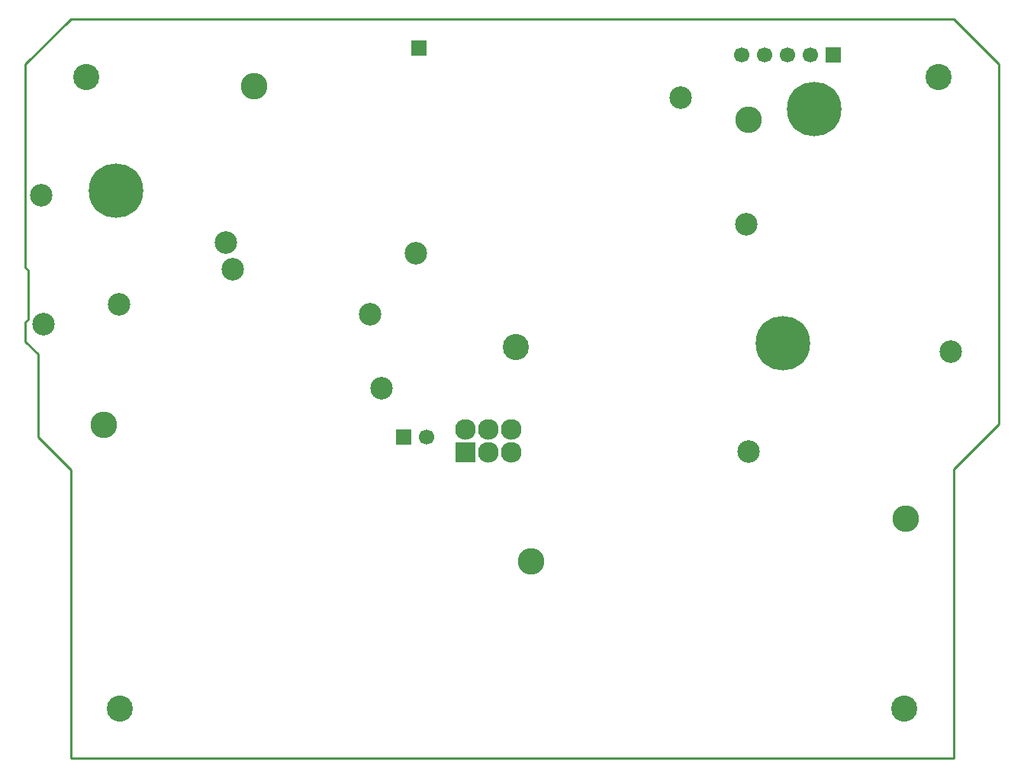
<source format=gbr>
%TF.GenerationSoftware,KiCad,Pcbnew,9.0.7*%
%TF.CreationDate,2026-02-04T15:51:41+00:00*%
%TF.ProjectId,FED3 tester 1st production aux,46454433-2074-4657-9374-657220317374,rev?*%
%TF.SameCoordinates,PX6146580PY6dc4960*%
%TF.FileFunction,Soldermask,Top*%
%TF.FilePolarity,Negative*%
%FSLAX46Y46*%
G04 Gerber Fmt 4.6, Leading zero omitted, Abs format (unit mm)*
G04 Created by KiCad (PCBNEW 9.0.7) date 2026-02-04 15:51:41*
%MOMM*%
%LPD*%
G01*
G04 APERTURE LIST*
%ADD10C,2.900000*%
%ADD11C,2.950000*%
%ADD12C,2.500000*%
%ADD13R,1.700000X1.700000*%
%ADD14C,1.700000*%
%ADD15C,2.300000*%
%ADD16R,2.200000X2.200000*%
%ADD17C,6.050000*%
%TA.AperFunction,Profile*%
%ADD18C,0.250000*%
%TD*%
G04 APERTURE END LIST*
D10*
%TO.C,*%
X49401100Y45650000D03*
%TD*%
D11*
%TO.C,*%
X51100000Y21841049D03*
%TD*%
D12*
%TO.C,TP6*%
X34526100Y41053600D03*
%TD*%
D11*
%TO.C,*%
X3700000Y37041049D03*
%TD*%
D10*
%TO.C,*%
X92500000Y5550000D03*
%TD*%
D12*
%TO.C,TP3*%
X17201100Y57228600D03*
%TD*%
%TO.C,TP11*%
X17976100Y54278600D03*
%TD*%
%TO.C,TP12*%
X33251100Y49278600D03*
%TD*%
D11*
%TO.C,*%
X20350000Y74650000D03*
%TD*%
D12*
%TO.C,TP7*%
X97701100Y45153600D03*
%TD*%
%TO.C,TP10*%
X-3273900Y62503600D03*
%TD*%
D11*
%TO.C,*%
X92650000Y26641049D03*
%TD*%
D12*
%TO.C,TP8*%
X75001100Y59253600D03*
%TD*%
D13*
%TO.C,J7*%
X36951100Y35653600D03*
D14*
X39491100Y35653600D03*
%TD*%
D12*
%TO.C,TP9*%
X-2998900Y48153600D03*
%TD*%
D10*
%TO.C,*%
X96300000Y75650000D03*
%TD*%
%TO.C,*%
X5500000Y5500000D03*
%TD*%
D12*
%TO.C,TP4*%
X5351100Y50403600D03*
%TD*%
%TO.C,TP2*%
X75201100Y34028600D03*
%TD*%
D15*
%TO.C,J2*%
X48919050Y36483857D03*
X48919050Y33943857D03*
X46379050Y36483857D03*
X46379050Y33943857D03*
X43839050Y36483857D03*
D16*
X43839050Y33943857D03*
%TD*%
D17*
%TO.C,@HOLE6*%
X79000000Y46050000D03*
%TD*%
D13*
%TO.C,TP1*%
X38651100Y78850000D03*
%TD*%
D12*
%TO.C,TP5*%
X67701100Y73328600D03*
%TD*%
D10*
%TO.C,*%
X1750000Y75650000D03*
%TD*%
D12*
%TO.C,TP13*%
X38276100Y56103600D03*
%TD*%
D13*
%TO.C,J4*%
X84640000Y78075000D03*
D14*
X82100000Y78075000D03*
X79560000Y78075000D03*
X77020000Y78075000D03*
X74480000Y78075000D03*
%TD*%
D11*
%TO.C,*%
X75200000Y70891049D03*
%TD*%
D17*
%TO.C,*%
X5001100Y63050000D03*
%TD*%
%TO.C,@HOLE0*%
X82500000Y72050000D03*
%TD*%
D18*
X-3600000Y35650000D02*
X-3600000Y44850000D01*
X98000000Y82050000D02*
X103000000Y77050000D01*
X-4720000Y54170000D02*
X-5000000Y54450000D01*
X-5000000Y77050000D02*
X0Y82050000D01*
X-4720000Y48730000D02*
X-4720000Y54170000D01*
X-5000000Y54450000D02*
X-5000000Y77050000D01*
X36000000Y82050000D02*
X62000000Y82050000D01*
X-5000000Y48450000D02*
X-4720000Y48730000D01*
X98000000Y32100000D02*
X98000000Y0D01*
X103000000Y37100000D02*
X98000000Y32100000D01*
X0Y32050000D02*
X-3600000Y35650000D01*
X0Y82050000D02*
X36000000Y82050000D01*
X-5000000Y46250000D02*
X-5000000Y48450000D01*
X103000000Y77050000D02*
X103000000Y37100000D01*
X98000000Y0D02*
X0Y0D01*
X0Y32050000D02*
X0Y0D01*
X-3600000Y44850000D02*
X-5000000Y46250000D01*
X62000000Y82050000D02*
X98000000Y82050000D01*
M02*

</source>
